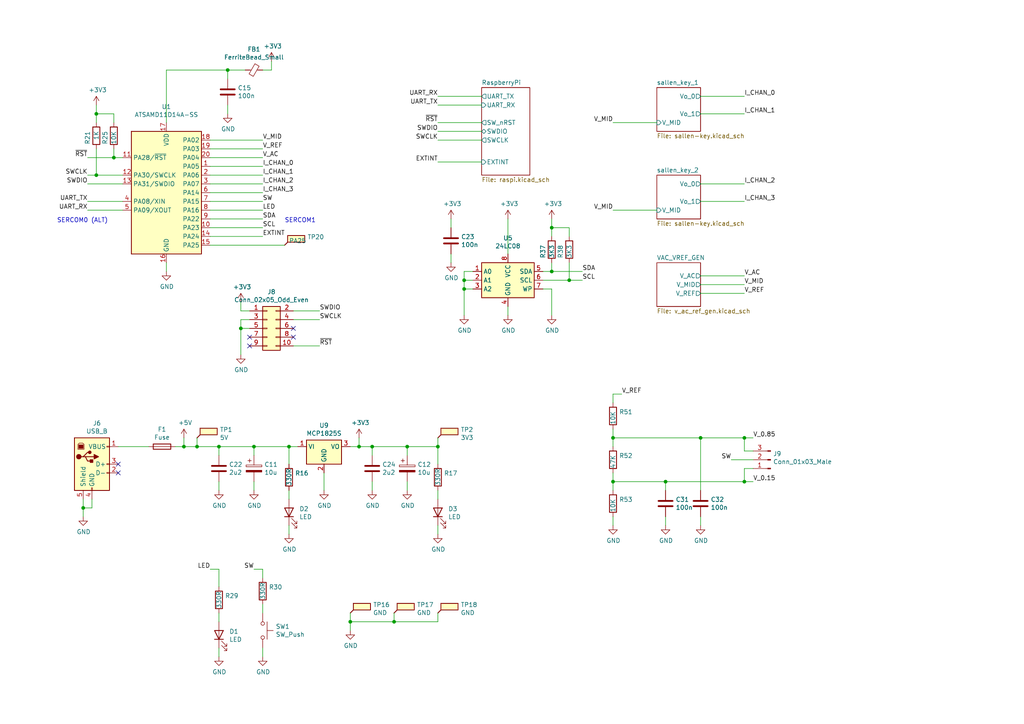
<source format=kicad_sch>
(kicad_sch (version 20211123) (generator eeschema)
  (paper "A4")
  (lib_symbols
    (symbol "Connector:Conn_01x03_Male" (pin_names (offset 1.016) hide)
      (property "Reference" "J" (at 0 5.08 0))
      (property "Value" "Conn_01x03_Male" (at 0 -5.08 0))
      (symbol "Conn_01x03_Male_1_1"
        (polyline (pts (xy 1.27 -2.54) (xy 0.8636 -2.54)) (stroke (width 0.1524)))
        (polyline (pts (xy 1.27 0) (xy 0.8636 0)) (stroke (width 0.1524)))
        (polyline (pts (xy 1.27 2.54) (xy 0.8636 2.54)) (stroke (width 0.1524)))
        (rectangle (start 0.8636 -2.413) (end 0 -2.667) (stroke (width 0.1524)) (fill (type outline)))
        (rectangle (start 0.8636 0.127) (end 0 -0.127) (stroke (width 0.1524)) (fill (type outline)))
        (rectangle (start 0.8636 2.667) (end 0 2.413) (stroke (width 0.1524)) (fill (type outline)))
        (pin passive line (at 5.08 2.54 180) (length 3.81) (name "Pin_1") (number "1"))
        (pin passive line (at 5.08 0 180) (length 3.81) (name "Pin_2") (number "2"))
        (pin passive line (at 5.08 -2.54 180) (length 3.81) (name "Pin_3") (number "3"))
      )
    )
    (symbol "Connector:TestPoint_Flag" (pin_numbers hide) (pin_names (offset 0.762) hide)
      (property "Reference" "TP" (at 3.429 1.778 0))
      (property "Value" "TestPoint_Flag" (at 3.302 4.191 0))
      (symbol "TestPoint_Flag_0_1"
        (polyline (pts (xy 0 0) (xy 0.889 0.889)) (stroke (width 0.254)))
        (rectangle (start 0.889 2.794) (end 5.842 0.889) (stroke (width 0.254)) (fill (type background)))
      )
      (symbol "TestPoint_Flag_1_1"
        (pin passive line (at 0 0 90) (length 0) (name "1") (number "1"))
      )
    )
    (symbol "Connector:USB_B" (pin_names (offset 1.016))
      (property "Reference" "J" (at -5.08 11.43 0))
      (property "Value" "USB_B" (at -5.08 8.89 0))
      (symbol "USB_B_0_1"
        (rectangle (start -5.08 -7.62) (end 5.08 7.62) (stroke (width 0.254)) (fill (type background)))
        (circle (center -3.81 2.159) (radius 0.635) (stroke (width 0.254)) (fill (type outline)))
        (rectangle (start -3.81 5.588) (end -2.54 4.572) (fill (type outline)))
        (circle (center -0.635 3.429) (radius 0.381) (stroke (width 0.254)) (fill (type outline)))
        (rectangle (start -0.127 -7.62) (end 0.127 -6.858))
        (polyline (pts (xy -1.905 2.159) (xy 0.635 2.159)) (stroke (width 0.254)))
        (polyline (pts (xy -3.175 2.159) (xy -2.54 2.159) (xy -1.27 3.429) (xy -0.635 3.429)) (stroke (width 0.254)))
        (polyline (pts (xy -2.54 2.159) (xy -1.905 2.159) (xy -1.27 0.889) (xy 0 0.889)) (stroke (width 0.254)))
        (polyline (pts (xy 0.635 2.794) (xy 0.635 1.524) (xy 1.905 2.159) (xy 0.635 2.794)) (stroke (width 0.254)) (fill (type outline)))
        (polyline (pts (xy -4.064 4.318) (xy -2.286 4.318) (xy -2.286 5.715) (xy -2.667 6.096) (xy -3.683 6.096) (xy -4.064 5.715) (xy -4.064 4.318)))
        (rectangle (start 0.254 1.27) (end -0.508 0.508) (stroke (width 0.254)) (fill (type outline)))
        (rectangle (start 5.08 -2.667) (end 4.318 -2.413))
        (rectangle (start 5.08 -0.127) (end 4.318 0.127))
        (rectangle (start 5.08 4.953) (end 4.318 5.207))
      )
      (symbol "USB_B_1_1"
        (pin power_out line (at 7.62 5.08 180) (length 2.54) (name "VBUS") (number "1"))
        (pin bidirectional line (at 7.62 -2.54 180) (length 2.54) (name "D-") (number "2"))
        (pin bidirectional line (at 7.62 0 180) (length 2.54) (name "D+") (number "3"))
        (pin power_out line (at 0 -10.16 90) (length 2.54) (name "GND") (number "4"))
        (pin passive line (at -2.54 -10.16 90) (length 2.54) (name "Shield") (number "5"))
      )
    )
    (symbol "Connector_Generic:Conn_02x05_Odd_Even" (pin_names (offset 1.016) hide)
      (property "Reference" "J" (at 1.27 7.62 0))
      (property "Value" "Conn_02x05_Odd_Even" (at 1.27 -7.62 0))
      (symbol "Conn_02x05_Odd_Even_1_1"
        (rectangle (start -1.27 -4.953) (end 0 -5.207) (stroke (width 0.1524)))
        (rectangle (start -1.27 -2.413) (end 0 -2.667) (stroke (width 0.1524)))
        (rectangle (start -1.27 0.127) (end 0 -0.127) (stroke (width 0.1524)))
        (rectangle (start -1.27 2.667) (end 0 2.413) (stroke (width 0.1524)))
        (rectangle (start -1.27 5.207) (end 0 4.953) (stroke (width 0.1524)))
        (rectangle (start -1.27 6.35) (end 3.81 -6.35) (stroke (width 0.254)) (fill (type background)))
        (rectangle (start 3.81 -4.953) (end 2.54 -5.207) (stroke (width 0.1524)))
        (rectangle (start 3.81 -2.413) (end 2.54 -2.667) (stroke (width 0.1524)))
        (rectangle (start 3.81 0.127) (end 2.54 -0.127) (stroke (width 0.1524)))
        (rectangle (start 3.81 2.667) (end 2.54 2.413) (stroke (width 0.1524)))
        (rectangle (start 3.81 5.207) (end 2.54 4.953) (stroke (width 0.1524)))
        (pin passive line (at -5.08 5.08 0) (length 3.81) (name "Pin_1") (number "1"))
        (pin passive line (at 7.62 -5.08 180) (length 3.81) (name "Pin_10") (number "10"))
        (pin passive line (at 7.62 5.08 180) (length 3.81) (name "Pin_2") (number "2"))
        (pin passive line (at -5.08 2.54 0) (length 3.81) (name "Pin_3") (number "3"))
        (pin passive line (at 7.62 2.54 180) (length 3.81) (name "Pin_4") (number "4"))
        (pin passive line (at -5.08 0 0) (length 3.81) (name "Pin_5") (number "5"))
        (pin passive line (at 7.62 0 180) (length 3.81) (name "Pin_6") (number "6"))
        (pin passive line (at -5.08 -2.54 0) (length 3.81) (name "Pin_7") (number "7"))
        (pin passive line (at 7.62 -2.54 180) (length 3.81) (name "Pin_8") (number "8"))
        (pin passive line (at -5.08 -5.08 0) (length 3.81) (name "Pin_9") (number "9"))
      )
    )
    (symbol "Device:C" (pin_numbers hide) (pin_names (offset 0.254))
      (property "Reference" "C" (at 0.635 2.54 0))
      (property "Value" "C" (at 0.635 -2.54 0))
      (symbol "C_0_1"
        (polyline (pts (xy -2.032 -0.762) (xy 2.032 -0.762)) (stroke (width 0.508)))
        (polyline (pts (xy -2.032 0.762) (xy 2.032 0.762)) (stroke (width 0.508)))
      )
      (symbol "C_1_1"
        (pin passive line (at 0 3.81 270) (length 2.794) (name "~") (number "1"))
        (pin passive line (at 0 -3.81 90) (length 2.794) (name "~") (number "2"))
      )
    )
    (symbol "Device:C_Polarized" (pin_numbers hide) (pin_names (offset 0.254))
      (property "Reference" "C" (at 0.635 2.54 0))
      (property "Value" "C_Polarized" (at 0.635 -2.54 0))
      (symbol "C_Polarized_0_1"
        (rectangle (start -2.286 0.508) (end 2.286 1.016))
        (polyline (pts (xy -1.778 2.286) (xy -0.762 2.286)))
        (polyline (pts (xy -1.27 2.794) (xy -1.27 1.778)))
        (rectangle (start 2.286 -0.508) (end -2.286 -1.016) (fill (type outline)))
      )
      (symbol "C_Polarized_1_1"
        (pin passive line (at 0 3.81 270) (length 2.794) (name "~") (number "1"))
        (pin passive line (at 0 -3.81 90) (length 2.794) (name "~") (number "2"))
      )
    )
    (symbol "Device:FerriteBead_Small" (pin_numbers hide) (pin_names (offset 0))
      (property "Reference" "FB" (at 1.905 1.27 0))
      (property "Value" "FerriteBead_Small" (at 1.905 -1.27 0))
      (symbol "FerriteBead_Small_0_1"
        (polyline (pts (xy 0 -1.27) (xy 0 -0.7874)))
        (polyline (pts (xy 0 0.889) (xy 0 1.2954)))
        (polyline (pts (xy -1.8288 0.2794) (xy -1.1176 1.4986) (xy 1.8288 -0.2032) (xy 1.1176 -1.4224) (xy -1.8288 0.2794)))
      )
      (symbol "FerriteBead_Small_1_1"
        (pin passive line (at 0 2.54 270) (length 1.27) (name "~") (number "1"))
        (pin passive line (at 0 -2.54 90) (length 1.27) (name "~") (number "2"))
      )
    )
    (symbol "Device:Fuse" (pin_numbers hide) (pin_names (offset 0))
      (property "Reference" "F" (at 2.032 0 90))
      (property "Value" "Fuse" (at -1.905 0 90))
      (symbol "Fuse_0_1"
        (rectangle (start -0.762 -2.54) (end 0.762 2.54) (stroke (width 0.254)))
        (polyline (pts (xy 0 2.54) (xy 0 -2.54)))
      )
      (symbol "Fuse_1_1"
        (pin passive line (at 0 3.81 270) (length 1.27) (name "~") (number "1"))
        (pin passive line (at 0 -3.81 90) (length 1.27) (name "~") (number "2"))
      )
    )
    (symbol "Device:LED" (pin_numbers hide) (pin_names (offset 1.016) hide)
      (property "Reference" "D" (at 0 2.54 0))
      (property "Value" "LED" (at 0 -2.54 0))
      (symbol "LED_0_1"
        (polyline (pts (xy -1.27 -1.27) (xy -1.27 1.27)) (stroke (width 0.254)))
        (polyline (pts (xy -1.27 0) (xy 1.27 0)))
        (polyline (pts (xy 1.27 -1.27) (xy 1.27 1.27) (xy -1.27 0) (xy 1.27 -1.27)) (stroke (width 0.254)))
        (polyline (pts (xy -3.048 -0.762) (xy -4.572 -2.286) (xy -3.81 -2.286) (xy -4.572 -2.286) (xy -4.572 -1.524)))
        (polyline (pts (xy -1.778 -0.762) (xy -3.302 -2.286) (xy -2.54 -2.286) (xy -3.302 -2.286) (xy -3.302 -1.524)))
      )
      (symbol "LED_1_1"
        (pin passive line (at -3.81 0 0) (length 2.54) (name "K") (number "1"))
        (pin passive line (at 3.81 0 180) (length 2.54) (name "A") (number "2"))
      )
    )
    (symbol "Device:R" (pin_numbers hide) (pin_names (offset 0))
      (property "Reference" "R" (at 2.032 0 90))
      (property "Value" "R" (at 0 0 90))
      (symbol "R_0_1"
        (rectangle (start -1.016 -2.54) (end 1.016 2.54) (stroke (width 0.254)))
      )
      (symbol "R_1_1"
        (pin passive line (at 0 3.81 270) (length 1.27) (name "~") (number "1"))
        (pin passive line (at 0 -3.81 90) (length 1.27) (name "~") (number "2"))
      )
    )
    (symbol "MCU_Microchip_SAMD:ATSAMD11D14A-SS"
      (property "Reference" "U" (at -10.16 19.05 0))
      (property "Value" "ATSAMD11D14A-SS" (at 1.27 19.05 0))
      (symbol "ATSAMD11D14A-SS_0_1"
        (rectangle (start -10.16 17.78) (end 10.16 -17.78) (stroke (width 0.254)) (fill (type background)))
      )
      (symbol "ATSAMD11D14A-SS_1_1"
        (pin bidirectional line (at 12.7 7.62 180) (length 2.54) (name "PA05") (number "1"))
        (pin bidirectional line (at 12.7 -10.16 180) (length 2.54) (name "PA23") (number "10"))
        (pin bidirectional line (at -12.7 10.16 0) (length 2.54) (name "PA28/~{RST}") (number "11"))
        (pin bidirectional line (at -12.7 5.08 0) (length 2.54) (name "PA30/SWCLK") (number "12"))
        (pin bidirectional line (at -12.7 2.54 0) (length 2.54) (name "PA31/SWDIO") (number "13"))
        (pin bidirectional line (at 12.7 -12.7 180) (length 2.54) (name "PA24") (number "14"))
        (pin bidirectional line (at 12.7 -15.24 180) (length 2.54) (name "PA25") (number "15"))
        (pin power_in line (at 0 -20.32 90) (length 2.54) (name "GND") (number "16"))
        (pin power_in line (at 0 20.32 270) (length 2.54) (name "VDD") (number "17"))
        (pin bidirectional line (at 12.7 15.24 180) (length 2.54) (name "PA02") (number "18"))
        (pin bidirectional line (at 12.7 12.7 180) (length 2.54) (name "PA03") (number "19"))
        (pin bidirectional line (at 12.7 5.08 180) (length 2.54) (name "PA06") (number "2"))
        (pin bidirectional line (at 12.7 10.16 180) (length 2.54) (name "PA04") (number "20"))
        (pin bidirectional line (at 12.7 2.54 180) (length 2.54) (name "PA07") (number "3"))
        (pin bidirectional line (at -12.7 -2.54 0) (length 2.54) (name "PA08/XIN") (number "4"))
        (pin bidirectional line (at -12.7 -5.08 0) (length 2.54) (name "PA09/XOUT") (number "5"))
        (pin bidirectional line (at 12.7 0 180) (length 2.54) (name "PA14") (number "6"))
        (pin bidirectional line (at 12.7 -2.54 180) (length 2.54) (name "PA15") (number "7"))
        (pin bidirectional line (at 12.7 -5.08 180) (length 2.54) (name "PA16") (number "8"))
        (pin bidirectional line (at 12.7 -7.62 180) (length 2.54) (name "PA22") (number "9"))
      )
    )
    (symbol "Memory_EEPROM:24LC08"
      (property "Reference" "U" (at -6.35 6.35 0))
      (property "Value" "24LC08" (at 1.27 6.35 0))
      (symbol "24LC08_1_1"
        (rectangle (start -7.62 5.08) (end 7.62 -5.08) (stroke (width 0.254)) (fill (type background)))
        (pin input line (at -10.16 2.54 0) (length 2.54) (name "A0") (number "1"))
        (pin input line (at -10.16 0 0) (length 2.54) (name "A1") (number "2"))
        (pin input line (at -10.16 -2.54 0) (length 2.54) (name "A2") (number "3"))
        (pin power_in line (at 0 -7.62 90) (length 2.54) (name "GND") (number "4"))
        (pin bidirectional line (at 10.16 2.54 180) (length 2.54) (name "SDA") (number "5"))
        (pin input line (at 10.16 0 180) (length 2.54) (name "SCL") (number "6"))
        (pin input line (at 10.16 -2.54 180) (length 2.54) (name "WP") (number "7"))
        (pin power_in line (at 0 7.62 270) (length 2.54) (name "VCC") (number "8"))
      )
    )
    (symbol "Regulator_Linear:MCP1825S"
      (property "Reference" "U" (at -3.81 3.175 0))
      (property "Value" "MCP1825S" (at 0 3.175 0))
      (symbol "MCP1825S_0_1"
        (rectangle (start -5.08 1.905) (end 5.08 -5.08) (stroke (width 0.254)) (fill (type background)))
      )
      (symbol "MCP1825S_1_1"
        (pin power_in line (at -7.62 0 0) (length 2.54) (name "VI") (number "1"))
        (pin power_in line (at 0 -7.62 90) (length 2.54) (name "GND") (number "2"))
        (pin power_out line (at 7.62 0 180) (length 2.54) (name "VO") (number "3"))
      )
    )
    (symbol "Switch:SW_Push" (pin_numbers hide) (pin_names (offset 1.016) hide)
      (property "Reference" "SW" (at 1.27 2.54 0))
      (property "Value" "SW_Push" (at 0 -1.524 0))
      (symbol "SW_Push_0_1"
        (circle (center -2.032 0) (radius 0.508))
        (polyline (pts (xy 0 1.27) (xy 0 3.048)))
        (polyline (pts (xy 2.54 1.27) (xy -2.54 1.27)))
        (circle (center 2.032 0) (radius 0.508))
        (pin passive line (at -5.08 0 0) (length 2.54) (name "1") (number "1"))
        (pin passive line (at 5.08 0 180) (length 2.54) (name "2") (number "2"))
      )
    )
    (symbol "power:+3V3" (power) (pin_names (offset 0))
      (property "Value" "+3V3" (at 0 3.556 0))
      (symbol "+3V3_0_1"
        (polyline (pts (xy -0.762 1.27) (xy 0 2.54)))
        (polyline (pts (xy 0 0) (xy 0 2.54)))
        (polyline (pts (xy 0 2.54) (xy 0.762 1.27)))
      )
      (symbol "+3V3_1_1"
        (pin power_in line (at 0 0 90) (length 0) hide (name "+3V3") (number "1"))
      )
    )
    (symbol "power:+5V" (power) (pin_names (offset 0))
      (property "Value" "+5V" (at 0 3.556 0))
      (symbol "+5V_0_1"
        (polyline (pts (xy -0.762 1.27) (xy 0 2.54)))
        (polyline (pts (xy 0 0) (xy 0 2.54)))
        (polyline (pts (xy 0 2.54) (xy 0.762 1.27)))
      )
      (symbol "+5V_1_1"
        (pin power_in line (at 0 0 90) (length 0) hide (name "+5V") (number "1"))
      )
    )
    (symbol "power:GND" (power) (pin_names (offset 0))
      (property "Value" "GND" (at 0 -3.81 0))
      (symbol "GND_0_1"
        (polyline (pts (xy 0 0) (xy 0 -1.27) (xy 1.27 -1.27) (xy 0 -2.54) (xy -1.27 -1.27) (xy 0 -1.27)))
      )
      (symbol "GND_1_1"
        (pin power_in line (at 0 0 270) (length 0) hide (name "GND") (number "1"))
      )
    )
  )
  (junction (at 53.34 129.54))
  (junction (at 134.62 83.82))
  (junction (at 118.11 129.54))
  (junction (at 215.9 139.7))
  (junction (at 83.82 129.54))
  (junction (at 57.15 129.54))
  (junction (at 27.94 50.8))
  (junction (at 107.95 129.54))
  (junction (at 193.04 139.7))
  (junction (at 114.3 180.34))
  (junction (at 177.8 139.7))
  (junction (at 160.02 78.74))
  (junction (at 27.94 33.02))
  (junction (at 101.6 180.34))
  (junction (at 69.85 95.25))
  (junction (at 73.66 129.54))
  (junction (at 177.8 127))
  (junction (at 66.04 20.32))
  (junction (at 203.2 127))
  (junction (at 165.1 81.28))
  (junction (at 104.14 129.54))
  (junction (at 160.02 66.04))
  (junction (at 63.5 129.54))
  (junction (at 33.02 45.72))
  (junction (at 127 129.54))
  (junction (at 134.62 81.28))
  (junction (at 215.9 127))
  (junction (at 24.13 147.32))
  (no_connect (at 72.39 100.33))
  (no_connect (at 34.29 137.16))
  (no_connect (at 72.39 97.79))
  (no_connect (at 85.09 97.79))
  (no_connect (at 34.29 134.62))
  (no_connect (at 85.09 95.25))
  (wire (pts (xy 190.5 35.56) (xy 177.8 35.56)))
  (wire (pts (xy 160.02 66.04) (xy 165.1 66.04)))
  (wire (pts (xy 218.44 133.35) (xy 212.09 133.35)))
  (wire (pts (xy 33.02 33.02) (xy 33.02 35.56)))
  (wire (pts (xy 203.2 58.42) (xy 215.9 58.42)))
  (wire (pts (xy 76.2 190.5) (xy 76.2 187.96)))
  (wire (pts (xy 114.3 180.34) (xy 127 180.34)))
  (wire (pts (xy 60.96 40.64) (xy 76.2 40.64)))
  (wire (pts (xy 118.11 142.24) (xy 118.11 139.7)))
  (wire (pts (xy 60.96 53.34) (xy 76.2 53.34)))
  (wire (pts (xy 50.8 129.54) (xy 53.34 129.54)))
  (wire (pts (xy 203.2 152.4) (xy 203.2 149.86)))
  (wire (pts (xy 85.09 90.17) (xy 92.71 90.17)))
  (wire (pts (xy 101.6 180.34) (xy 114.3 180.34)))
  (wire (pts (xy 114.3 177.8) (xy 114.3 180.34)))
  (wire (pts (xy 134.62 83.82) (xy 134.62 91.44)))
  (wire (pts (xy 215.9 130.81) (xy 218.44 130.81)))
  (wire (pts (xy 160.02 63.5) (xy 160.02 66.04)))
  (wire (pts (xy 63.5 129.54) (xy 73.66 129.54)))
  (wire (pts (xy 157.48 81.28) (xy 165.1 81.28)))
  (wire (pts (xy 139.7 46.99) (xy 127 46.99)))
  (wire (pts (xy 215.9 127) (xy 215.9 130.81)))
  (wire (pts (xy 72.39 90.17) (xy 69.85 90.17)))
  (wire (pts (xy 193.04 152.4) (xy 193.04 149.86)))
  (wire (pts (xy 85.09 100.33) (xy 92.71 100.33)))
  (wire (pts (xy 27.94 43.18) (xy 27.94 50.8)))
  (wire (pts (xy 139.7 40.64) (xy 127 40.64)))
  (wire (pts (xy 63.5 142.24) (xy 63.5 139.7)))
  (wire (pts (xy 53.34 129.54) (xy 57.15 129.54)))
  (wire (pts (xy 69.85 95.25) (xy 69.85 102.87)))
  (wire (pts (xy 57.15 129.54) (xy 63.5 129.54)))
  (wire (pts (xy 83.82 134.62) (xy 83.82 129.54)))
  (wire (pts (xy 137.16 81.28) (xy 134.62 81.28)))
  (wire (pts (xy 27.94 33.02) (xy 33.02 33.02)))
  (wire (pts (xy 63.5 165.1) (xy 60.96 165.1)))
  (wire (pts (xy 127 154.94) (xy 127 152.4)))
  (wire (pts (xy 73.66 142.24) (xy 73.66 139.7)))
  (wire (pts (xy 69.85 90.17) (xy 69.85 87.63)))
  (wire (pts (xy 60.96 66.04) (xy 76.2 66.04)))
  (wire (pts (xy 60.96 55.88) (xy 76.2 55.88)))
  (wire (pts (xy 73.66 129.54) (xy 83.82 129.54)))
  (wire (pts (xy 101.6 129.54) (xy 104.14 129.54)))
  (wire (pts (xy 48.26 78.74) (xy 48.26 76.2)))
  (wire (pts (xy 60.96 60.96) (xy 76.2 60.96)))
  (wire (pts (xy 177.8 139.7) (xy 193.04 139.7)))
  (wire (pts (xy 203.2 127) (xy 215.9 127)))
  (wire (pts (xy 139.7 30.48) (xy 127 30.48)))
  (wire (pts (xy 160.02 68.58) (xy 160.02 66.04)))
  (wire (pts (xy 48.26 20.32) (xy 48.26 35.56)))
  (wire (pts (xy 157.48 83.82) (xy 160.02 83.82)))
  (wire (pts (xy 203.2 85.09) (xy 215.9 85.09)))
  (wire (pts (xy 60.96 45.72) (xy 76.2 45.72)))
  (wire (pts (xy 193.04 142.24) (xy 193.04 139.7)))
  (wire (pts (xy 24.13 147.32) (xy 24.13 144.78)))
  (wire (pts (xy 71.12 20.32) (xy 66.04 20.32)))
  (wire (pts (xy 177.8 139.7) (xy 177.8 137.16)))
  (wire (pts (xy 66.04 33.02) (xy 66.04 30.48)))
  (wire (pts (xy 63.5 170.18) (xy 63.5 165.1)))
  (wire (pts (xy 27.94 30.48) (xy 27.94 33.02)))
  (wire (pts (xy 127 134.62) (xy 127 129.54)))
  (wire (pts (xy 60.96 43.18) (xy 76.2 43.18)))
  (wire (pts (xy 165.1 81.28) (xy 168.91 81.28)))
  (wire (pts (xy 101.6 182.88) (xy 101.6 180.34)))
  (wire (pts (xy 165.1 81.28) (xy 165.1 76.2)))
  (wire (pts (xy 177.8 127) (xy 177.8 124.46)))
  (wire (pts (xy 118.11 129.54) (xy 127 129.54)))
  (wire (pts (xy 63.5 190.5) (xy 63.5 187.96)))
  (wire (pts (xy 69.85 92.71) (xy 69.85 95.25)))
  (wire (pts (xy 60.96 48.26) (xy 76.2 48.26)))
  (wire (pts (xy 203.2 142.24) (xy 203.2 127)))
  (wire (pts (xy 101.6 180.34) (xy 101.6 177.8)))
  (wire (pts (xy 147.32 88.9) (xy 147.32 91.44)))
  (wire (pts (xy 66.04 20.32) (xy 48.26 20.32)))
  (wire (pts (xy 63.5 180.34) (xy 63.5 177.8)))
  (wire (pts (xy 203.2 27.94) (xy 215.9 27.94)))
  (wire (pts (xy 203.2 33.02) (xy 215.9 33.02)))
  (wire (pts (xy 134.62 81.28) (xy 134.62 83.82)))
  (wire (pts (xy 160.02 78.74) (xy 160.02 76.2)))
  (wire (pts (xy 134.62 78.74) (xy 134.62 81.28)))
  (wire (pts (xy 118.11 129.54) (xy 118.11 132.08)))
  (wire (pts (xy 130.81 66.04) (xy 130.81 63.5)))
  (wire (pts (xy 60.96 58.42) (xy 76.2 58.42)))
  (wire (pts (xy 203.2 53.34) (xy 215.9 53.34)))
  (wire (pts (xy 137.16 78.74) (xy 134.62 78.74)))
  (wire (pts (xy 66.04 22.86) (xy 66.04 20.32)))
  (wire (pts (xy 57.15 129.54) (xy 57.15 127)))
  (wire (pts (xy 203.2 80.01) (xy 215.9 80.01)))
  (wire (pts (xy 83.82 129.54) (xy 86.36 129.54)))
  (wire (pts (xy 78.74 20.32) (xy 78.74 17.78)))
  (wire (pts (xy 177.8 142.24) (xy 177.8 139.7)))
  (wire (pts (xy 63.5 132.08) (xy 63.5 129.54)))
  (wire (pts (xy 60.96 50.8) (xy 76.2 50.8)))
  (wire (pts (xy 190.5 60.96) (xy 177.8 60.96)))
  (wire (pts (xy 76.2 20.32) (xy 78.74 20.32)))
  (wire (pts (xy 76.2 177.8) (xy 76.2 175.26)))
  (wire (pts (xy 25.4 60.96) (xy 35.56 60.96)))
  (wire (pts (xy 107.95 142.24) (xy 107.95 139.7)))
  (wire (pts (xy 24.13 149.86) (xy 24.13 147.32)))
  (wire (pts (xy 193.04 139.7) (xy 215.9 139.7)))
  (wire (pts (xy 53.34 129.54) (xy 53.34 127)))
  (wire (pts (xy 26.67 147.32) (xy 26.67 144.78)))
  (wire (pts (xy 177.8 129.54) (xy 177.8 127)))
  (wire (pts (xy 137.16 83.82) (xy 134.62 83.82)))
  (wire (pts (xy 93.98 142.24) (xy 93.98 137.16)))
  (wire (pts (xy 107.95 129.54) (xy 107.95 132.08)))
  (wire (pts (xy 177.8 114.3) (xy 180.34 114.3)))
  (wire (pts (xy 157.48 78.74) (xy 160.02 78.74)))
  (wire (pts (xy 127 180.34) (xy 127 177.8)))
  (wire (pts (xy 127 144.78) (xy 127 142.24)))
  (wire (pts (xy 73.66 129.54) (xy 73.66 132.08)))
  (wire (pts (xy 27.94 33.02) (xy 27.94 35.56)))
  (wire (pts (xy 215.9 127) (xy 218.44 127)))
  (wire (pts (xy 127 129.54) (xy 127 127)))
  (wire (pts (xy 35.56 45.72) (xy 33.02 45.72)))
  (wire (pts (xy 139.7 27.94) (xy 127 27.94)))
  (wire (pts (xy 139.7 35.56) (xy 127 35.56)))
  (wire (pts (xy 160.02 78.74) (xy 168.91 78.74)))
  (wire (pts (xy 130.81 76.2) (xy 130.81 73.66)))
  (wire (pts (xy 35.56 53.34) (xy 25.4 53.34)))
  (wire (pts (xy 177.8 152.4) (xy 177.8 149.86)))
  (wire (pts (xy 215.9 139.7) (xy 218.44 139.7)))
  (wire (pts (xy 177.8 116.84) (xy 177.8 114.3)))
  (wire (pts (xy 76.2 167.64) (xy 76.2 165.1)))
  (wire (pts (xy 72.39 95.25) (xy 69.85 95.25)))
  (wire (pts (xy 104.14 129.54) (xy 104.14 127)))
  (wire (pts (xy 177.8 127) (xy 203.2 127)))
  (wire (pts (xy 34.29 129.54) (xy 43.18 129.54)))
  (wire (pts (xy 76.2 165.1) (xy 73.66 165.1)))
  (wire (pts (xy 24.13 147.32) (xy 26.67 147.32)))
  (wire (pts (xy 85.09 92.71) (xy 92.71 92.71)))
  (wire (pts (xy 35.56 58.42) (xy 25.4 58.42)))
  (wire (pts (xy 33.02 45.72) (xy 25.4 45.72)))
  (wire (pts (xy 203.2 82.55) (xy 215.9 82.55)))
  (wire (pts (xy 147.32 73.66) (xy 147.32 63.5)))
  (wire (pts (xy 139.7 38.1) (xy 127 38.1)))
  (wire (pts (xy 60.96 63.5) (xy 76.2 63.5)))
  (wire (pts (xy 215.9 135.89) (xy 218.44 135.89)))
  (wire (pts (xy 160.02 83.82) (xy 160.02 91.44)))
  (wire (pts (xy 35.56 50.8) (xy 27.94 50.8)))
  (wire (pts (xy 104.14 129.54) (xy 107.95 129.54)))
  (wire (pts (xy 165.1 66.04) (xy 165.1 68.58)))
  (wire (pts (xy 83.82 144.78) (xy 83.82 142.24)))
  (wire (pts (xy 60.96 71.12) (xy 82.55 71.12)))
  (wire (pts (xy 72.39 92.71) (xy 69.85 92.71)))
  (wire (pts (xy 27.94 50.8) (xy 25.4 50.8)))
  (wire (pts (xy 107.95 129.54) (xy 118.11 129.54)))
  (wire (pts (xy 60.96 68.58) (xy 76.2 68.58)))
  (wire (pts (xy 33.02 45.72) (xy 33.02 43.18)))
  (wire (pts (xy 215.9 139.7) (xy 215.9 135.89)))
  (wire (pts (xy 83.82 154.94) (xy 83.82 152.4)))
  (text "SERCOM1" (at 82.55 64.77 0) (effects (font (size 1.27 1.27)) (justify left bottom)))
  (text "SERCOM0 (ALT)" (at 16.51 64.77 0) (effects (font (size 1.27 1.27)) (justify left bottom)))
  (label "SWDIO" (at 92.71 90.17 0))
  (label "UART_RX" (at 127 27.94 180))
  (label "LED" (at 76.2 60.96 0))
  (label "I_CHAN_3" (at 76.2 55.88 0))
  (label "SW" (at 212.09 133.35 180))
  (label "UART_TX" (at 25.4 58.42 180))
  (label "V_REF" (at 76.2 43.18 0))
  (label "V_MID" (at 76.2 40.64 0))
  (label "SW" (at 73.66 165.1 180))
  (label "I_CHAN_0" (at 76.2 48.26 0))
  (label "I_CHAN_1" (at 215.9 33.02 0))
  (label "SDA" (at 168.91 78.74 0))
  (label "V_AC" (at 215.9 80.01 0))
  (label "V_0.85" (at 218.44 127 0))
  (label "I_CHAN_0" (at 215.9 27.94 0))
  (label "SCL" (at 76.2 66.04 0))
  (label "SWCLK" (at 127 40.64 180))
  (label "UART_TX" (at 127 30.48 180))
  (label "I_CHAN_2" (at 76.2 53.34 0))
  (label "SWDIO" (at 25.4 53.34 180))
  (label "I_CHAN_3" (at 215.9 58.42 0))
  (label "SDA" (at 76.2 63.5 0))
  (label "EXTINT" (at 76.2 68.58 0))
  (label "~{RST}" (at 25.4 45.72 180))
  (label "V_AC" (at 76.2 45.72 0))
  (label "V_MID" (at 177.8 60.96 180))
  (label "SW" (at 76.2 58.42 0))
  (label "UART_RX" (at 25.4 60.96 180))
  (label "I_CHAN_2" (at 215.9 53.34 0))
  (label "LED" (at 60.96 165.1 180))
  (label "SWCLK" (at 25.4 50.8 180))
  (label "V_MID" (at 177.8 35.56 180))
  (label "~{RST}" (at 92.71 100.33 0))
  (label "I_CHAN_1" (at 76.2 50.8 0))
  (label "EXTINT" (at 127 46.99 180))
  (label "V_0.15" (at 218.44 139.7 0))
  (label "~{RST}" (at 127 35.56 180))
  (label "SWDIO" (at 127 38.1 180))
  (label "V_REF" (at 215.9 85.09 0))
  (label "SCL" (at 168.91 81.28 0))
  (label "V_MID" (at 215.9 82.55 0))
  (label "SWCLK" (at 92.71 92.71 0))
  (label "V_REF" (at 180.34 114.3 0))
  (symbol (lib_id "MCU_Microchip_SAMD:ATSAMD11D14A-SS") (at 48.26 55.88 0) (unit 1)
    (property "Reference" "U1" (at 48.26 30.9626 0))
    (property "Value" "ATSAMD11D14A-SS" (at 48.26 33.274 0))
    (property "Footprint" "Package_SO:SOIC-20W_7.5x12.8mm_P1.27mm" (effects hide))
    (property "Datasheet" "http://ww1.microchip.com/downloads/en/DeviceDoc/Atmel-42363-SAM-D11_Datasheet.pdf" (effects hide))
  )
  (symbol (lib_id "power:GND") (at 48.26 78.74 0) (unit 1)
    (property "Reference" "#PWR01" (effects hide))
    (property "Value" "GND" (at 48.387 83.1342 0))
  )
  (symbol (lib_id "Device:C") (at 63.5 135.89 0) (unit 1)
    (property "Reference" "C22" (at 66.421 134.7216 0) (effects (justify left)))
    (property "Value" "2u2" (at 66.421 137.033 0) (effects (justify left)))
    (property "Footprint" "Capacitor_SMD:C_0805_2012Metric_Pad1.18x1.45mm_HandSolder" (effects hide))
  )
  (symbol (lib_id "power:GND") (at 63.5 142.24 0) (unit 1)
    (property "Reference" "#PWR0103" (effects hide))
    (property "Value" "GND" (at 63.627 146.6342 0))
  )
  (symbol (lib_id "power:GND") (at 73.66 142.24 0) (unit 1)
    (property "Reference" "#PWR0104" (effects hide))
    (property "Value" "GND" (at 73.787 146.6342 0))
  )
  (symbol (lib_id "Connector:USB_B") (at 26.67 134.62 0) (unit 1)
    (property "Reference" "J6" (at 28.1178 122.7582 0))
    (property "Value" "USB_B" (at 28.1178 125.0696 0))
    (property "Footprint" "Connector_USB:USB_Mini-B_Wuerth_65100516121_Horizontal" (effects hide))
    (property "Datasheet" " ~" (effects hide))
  )
  (symbol (lib_id "power:GND") (at 24.13 149.86 0) (unit 1)
    (property "Reference" "#PWR030" (effects hide))
    (property "Value" "GND" (at 24.257 154.2542 0))
  )
  (symbol (lib_id "power:+5V") (at 53.34 127 0) (unit 1)
    (property "Reference" "#PWR031" (effects hide))
    (property "Value" "+5V" (at 53.721 122.6058 0))
  )
  (symbol (lib_id "Device:R") (at 63.5 173.99 0) (unit 1)
    (property "Reference" "R29" (at 65.278 172.8216 0) (effects (justify left)))
    (property "Value" "330R" (at 63.5 176.53 90) (effects (justify left)))
    (property "Footprint" "Resistor_SMD:R_0805_2012Metric_Pad1.20x1.40mm_HandSolder" (effects hide))
  )
  (symbol (lib_id "Device:LED") (at 63.5 184.15 90) (unit 1)
    (property "Reference" "D1" (at 66.4972 183.1594 90) (effects (justify right)))
    (property "Value" "LED" (at 66.4972 185.4708 90) (effects (justify right)))
    (property "Footprint" "LED_SMD:LED_0805_2012Metric_Pad1.15x1.40mm_HandSolder" (effects hide))
  )
  (symbol (lib_id "power:GND") (at 63.5 190.5 0) (unit 1)
    (property "Reference" "#PWR035" (effects hide))
    (property "Value" "GND" (at 63.627 194.8942 0))
  )
  (symbol (lib_id "Switch:SW_Push") (at 76.2 182.88 270) (unit 1)
    (property "Reference" "SW1" (at 79.9592 181.7116 90) (effects (justify left)))
    (property "Value" "SW_Push" (at 79.9592 184.023 90) (effects (justify left)))
    (property "Footprint" "Button_Switch_THT:SW_PUSH_6mm" (effects hide))
  )
  (symbol (lib_id "power:GND") (at 76.2 190.5 0) (unit 1)
    (property "Reference" "#PWR036" (effects hide))
    (property "Value" "GND" (at 76.327 194.8942 0))
  )
  (symbol (lib_id "Device:R") (at 76.2 171.45 0) (unit 1)
    (property "Reference" "R30" (at 77.978 170.2816 0) (effects (justify left)))
    (property "Value" "330R" (at 76.2 173.99 90) (effects (justify left)))
    (property "Footprint" "Resistor_SMD:R_0805_2012Metric_Pad1.20x1.40mm_HandSolder" (effects hide))
  )
  (symbol (lib_id "Device:R") (at 27.94 39.37 0) (unit 1)
    (property "Reference" "R21" (at 25.4 41.91 90) (effects (justify left)))
    (property "Value" "1K" (at 27.94 40.64 90) (effects (justify left)))
    (property "Footprint" "Resistor_SMD:R_0805_2012Metric_Pad1.20x1.40mm_HandSolder" (effects hide))
  )
  (symbol (lib_id "Device:R") (at 33.02 39.37 0) (unit 1)
    (property "Reference" "R25" (at 30.48 41.91 90) (effects (justify left)))
    (property "Value" "10K" (at 33.02 41.91 90) (effects (justify left)))
    (property "Footprint" "Resistor_SMD:R_0805_2012Metric_Pad1.20x1.40mm_HandSolder" (effects hide))
  )
  (symbol (lib_id "power:+3V3") (at 27.94 30.48 0) (unit 1)
    (property "Reference" "#PWR0101" (effects hide))
    (property "Value" "+3V3" (at 28.321 26.0858 0))
  )
  (symbol (lib_id "Regulator_Linear:MCP1825S") (at 93.98 129.54 0) (unit 1)
    (property "Reference" "U9" (at 93.98 123.3932 0))
    (property "Value" "MCP1825S" (at 93.98 125.7046 0))
    (property "Footprint" "Package_TO_SOT_SMD:SOT-223" (effects hide))
    (property "Datasheet" "http://ww1.microchip.com/downloads/en/devicedoc/22056b.pdf" (effects hide))
  )
  (symbol (lib_id "power:GND") (at 93.98 142.24 0) (unit 1)
    (property "Reference" "#PWR032" (effects hide))
    (property "Value" "GND" (at 94.107 146.6342 0))
  )
  (symbol (lib_id "Device:C") (at 107.95 135.89 0) (unit 1)
    (property "Reference" "C24" (at 110.871 134.7216 0) (effects (justify left)))
    (property "Value" "2u2" (at 110.871 137.033 0) (effects (justify left)))
    (property "Footprint" "Capacitor_SMD:C_0805_2012Metric_Pad1.18x1.45mm_HandSolder" (effects hide))
  )
  (symbol (lib_id "power:GND") (at 107.95 142.24 0) (unit 1)
    (property "Reference" "#PWR034" (effects hide))
    (property "Value" "GND" (at 108.077 146.6342 0))
  )
  (symbol (lib_id "power:+3V3") (at 104.14 127 0) (unit 1)
    (property "Reference" "#PWR033" (effects hide))
    (property "Value" "+3V3" (at 104.521 122.6058 0))
  )
  (symbol (lib_id "power:GND") (at 118.11 142.24 0) (unit 1)
    (property "Reference" "#PWR037" (effects hide))
    (property "Value" "GND" (at 118.237 146.6342 0))
  )
  (symbol (lib_id "Device:C_Polarized") (at 118.11 135.89 0) (unit 1)
    (property "Reference" "C12" (at 121.1072 134.7216 0) (effects (justify left)))
    (property "Value" "10u" (at 121.1072 137.033 0) (effects (justify left)))
    (property "Footprint" "Capacitor_THT:C_Radial_D6.3mm_H5.0mm_P2.50mm" (effects hide))
  )
  (symbol (lib_id "Device:C_Polarized") (at 73.66 135.89 0) (unit 1)
    (property "Reference" "C11" (at 76.6572 134.7216 0) (effects (justify left)))
    (property "Value" "10u" (at 76.6572 137.033 0) (effects (justify left)))
    (property "Footprint" "Capacitor_THT:C_Radial_D6.3mm_H5.0mm_P2.50mm" (effects hide))
  )
  (symbol (lib_id "power:+3V3") (at 78.74 17.78 0) (unit 1)
    (property "Reference" "#PWR0110" (effects hide))
    (property "Value" "+3V3" (at 79.121 13.3858 0))
  )
  (symbol (lib_id "Device:C") (at 66.04 26.67 0) (unit 1)
    (property "Reference" "C15" (at 68.961 25.5016 0) (effects (justify left)))
    (property "Value" "100n" (at 68.961 27.813 0) (effects (justify left)))
    (property "Footprint" "Capacitor_SMD:C_0805_2012Metric_Pad1.18x1.45mm_HandSolder" (effects hide))
  )
  (symbol (lib_id "power:GND") (at 66.04 33.02 0) (unit 1)
    (property "Reference" "#PWR0111" (effects hide))
    (property "Value" "GND" (at 66.167 37.4142 0))
  )
  (symbol (lib_id "Connector_Generic:Conn_02x05_Odd_Even") (at 77.47 95.25 0) (unit 1)
    (property "Reference" "J8" (at 78.74 84.6582 0))
    (property "Value" "Conn_02x05_Odd_Even" (at 78.74 86.9696 0))
    (property "Footprint" "Connector_PinHeader_1.27mm:PinHeader_2x05_P1.27mm_Vertical" (effects hide))
  )
  (symbol (lib_id "power:+3V3") (at 69.85 87.63 0) (unit 1)
    (property "Reference" "#PWR0113" (effects hide))
    (property "Value" "+3V3" (at 70.231 83.2358 0))
  )
  (symbol (lib_id "power:GND") (at 69.85 102.87 0) (unit 1)
    (property "Reference" "#PWR0114" (effects hide))
    (property "Value" "GND" (at 69.977 107.2642 0))
  )
  (symbol (lib_id "Device:R") (at 83.82 138.43 0) (unit 1)
    (property "Reference" "R16" (at 85.598 137.2616 0) (effects (justify left)))
    (property "Value" "330R" (at 83.82 140.97 90) (effects (justify left)))
    (property "Footprint" "Resistor_SMD:R_0805_2012Metric_Pad1.20x1.40mm_HandSolder" (effects hide))
  )
  (symbol (lib_id "Device:LED") (at 83.82 148.59 90) (unit 1)
    (property "Reference" "D2" (at 86.8172 147.5994 90) (effects (justify right)))
    (property "Value" "LED" (at 86.8172 149.9108 90) (effects (justify right)))
    (property "Footprint" "LED_SMD:LED_0805_2012Metric_Pad1.15x1.40mm_HandSolder" (effects hide))
  )
  (symbol (lib_id "power:GND") (at 83.82 154.94 0) (unit 1)
    (property "Reference" "#PWR0108" (effects hide))
    (property "Value" "GND" (at 83.947 159.3342 0))
  )
  (symbol (lib_id "Device:R") (at 127 138.43 0) (unit 1)
    (property "Reference" "R17" (at 128.778 137.2616 0) (effects (justify left)))
    (property "Value" "330R" (at 127 140.97 90) (effects (justify left)))
    (property "Footprint" "Resistor_SMD:R_0805_2012Metric_Pad1.20x1.40mm_HandSolder" (effects hide))
  )
  (symbol (lib_id "Device:LED") (at 127 148.59 90) (unit 1)
    (property "Reference" "D3" (at 129.9972 147.5994 90) (effects (justify right)))
    (property "Value" "LED" (at 129.9972 149.9108 90) (effects (justify right)))
    (property "Footprint" "LED_SMD:LED_0805_2012Metric_Pad1.15x1.40mm_HandSolder" (effects hide))
  )
  (symbol (lib_id "power:GND") (at 127 154.94 0) (unit 1)
    (property "Reference" "#PWR0109" (effects hide))
    (property "Value" "GND" (at 127.127 159.3342 0))
  )
  (symbol (lib_id "Device:Fuse") (at 46.99 129.54 270) (unit 1)
    (property "Reference" "F1" (at 46.99 124.5362 90))
    (property "Value" "Fuse" (at 46.99 126.8476 90))
    (property "Footprint" "Fuse:Fuse_1206_3216Metric_Pad1.42x1.75mm_HandSolder" (effects hide))
  )
  (symbol (lib_id "Memory_EEPROM:24LC08") (at 147.32 81.28 0) (unit 1)
    (property "Reference" "U5" (at 147.32 69.0626 0))
    (property "Value" "24LC08" (at 147.32 71.374 0))
    (property "Footprint" "Package_SO:SOIC-8_3.9x4.9mm_P1.27mm" (effects hide))
    (property "Datasheet" "http://ww1.microchip.com/downloads/en/DeviceDoc/21710J.pdf" (effects hide))
  )
  (symbol (lib_id "power:+3V3") (at 147.32 63.5 0) (unit 1)
    (property "Reference" "#PWR0115" (effects hide))
    (property "Value" "+3V3" (at 147.701 59.1058 0))
  )
  (symbol (lib_id "power:GND") (at 147.32 91.44 0) (unit 1)
    (property "Reference" "#PWR0116" (effects hide))
    (property "Value" "GND" (at 147.447 95.8342 0))
  )
  (symbol (lib_id "power:GND") (at 134.62 91.44 0) (unit 1)
    (property "Reference" "#PWR0117" (effects hide))
    (property "Value" "GND" (at 134.747 95.8342 0))
  )
  (symbol (lib_id "power:GND") (at 160.02 91.44 0) (unit 1)
    (property "Reference" "#PWR0118" (effects hide))
    (property "Value" "GND" (at 160.147 95.8342 0))
  )
  (symbol (lib_id "Device:R") (at 160.02 72.39 0) (unit 1)
    (property "Reference" "R37" (at 157.48 74.93 90) (effects (justify left)))
    (property "Value" "3K3" (at 160.02 74.93 90) (effects (justify left)))
    (property "Footprint" "Resistor_SMD:R_0805_2012Metric_Pad1.20x1.40mm_HandSolder" (effects hide))
  )
  (symbol (lib_id "Device:R") (at 165.1 72.39 0) (unit 1)
    (property "Reference" "R38" (at 162.56 74.93 90) (effects (justify left)))
    (property "Value" "3K3" (at 165.1 74.93 90) (effects (justify left)))
    (property "Footprint" "Resistor_SMD:R_0805_2012Metric_Pad1.20x1.40mm_HandSolder" (effects hide))
  )
  (symbol (lib_id "power:+3V3") (at 160.02 63.5 0) (unit 1)
    (property "Reference" "#PWR0119" (effects hide))
    (property "Value" "+3V3" (at 160.401 59.1058 0))
  )
  (symbol (lib_id "power:+3V3") (at 130.81 63.5 0) (unit 1)
    (property "Reference" "#PWR0120" (effects hide))
    (property "Value" "+3V3" (at 131.191 59.1058 0))
  )
  (symbol (lib_id "Device:C") (at 130.81 69.85 0) (unit 1)
    (property "Reference" "C23" (at 133.731 68.6816 0) (effects (justify left)))
    (property "Value" "100n" (at 133.731 70.993 0) (effects (justify left)))
    (property "Footprint" "Capacitor_SMD:C_0805_2012Metric_Pad1.18x1.45mm_HandSolder" (effects hide))
  )
  (symbol (lib_id "power:GND") (at 130.81 76.2 0) (unit 1)
    (property "Reference" "#PWR0121" (effects hide))
    (property "Value" "GND" (at 130.937 80.5942 0))
  )
  (symbol (lib_id "Connector:TestPoint_Flag") (at 127 127 0) (unit 1)
    (property "Reference" "TP2" (at 133.604 124.6124 0) (effects (justify left)))
    (property "Value" "3V3" (at 133.604 126.9238 0) (effects (justify left)))
    (property "Footprint" "TestPoint:TestPoint_THTPad_1.5x1.5mm_Drill0.7mm" (effects hide))
  )
  (symbol (lib_id "Connector:TestPoint_Flag") (at 57.15 127 0) (unit 1)
    (property "Reference" "TP1" (at 63.754 124.6124 0) (effects (justify left)))
    (property "Value" "5V" (at 63.754 126.9238 0) (effects (justify left)))
    (property "Footprint" "TestPoint:TestPoint_THTPad_1.5x1.5mm_Drill0.7mm" (effects hide))
  )
  (symbol (lib_id "Device:FerriteBead_Small") (at 73.66 20.32 270) (unit 1)
    (property "Reference" "FB1" (at 73.66 14.3002 90))
    (property "Value" "FerriteBead_Small" (at 73.66 16.6116 90))
    (property "Footprint" "Inductor_SMD:L_0805_2012Metric_Pad1.15x1.40mm_HandSolder" (effects hide))
  )
  (symbol (lib_id "Connector:TestPoint_Flag") (at 101.6 177.8 0) (unit 1)
    (property "Reference" "TP16" (at 108.204 175.4124 0) (effects (justify left)))
    (property "Value" "GND" (at 108.204 177.7238 0) (effects (justify left)))
    (property "Footprint" "TestPoint:TestPoint_THTPad_1.5x1.5mm_Drill0.7mm" (effects hide))
  )
  (symbol (lib_id "Connector:TestPoint_Flag") (at 114.3 177.8 0) (unit 1)
    (property "Reference" "TP17" (at 120.904 175.4124 0) (effects (justify left)))
    (property "Value" "GND" (at 120.904 177.7238 0) (effects (justify left)))
    (property "Footprint" "TestPoint:TestPoint_THTPad_1.5x1.5mm_Drill0.7mm" (effects hide))
  )
  (symbol (lib_id "Connector:TestPoint_Flag") (at 127 177.8 0) (unit 1)
    (property "Reference" "TP18" (at 133.604 175.4124 0) (effects (justify left)))
    (property "Value" "GND" (at 133.604 177.7238 0) (effects (justify left)))
    (property "Footprint" "TestPoint:TestPoint_THTPad_1.5x1.5mm_Drill0.7mm" (effects hide))
  )
  (symbol (lib_id "power:GND") (at 101.6 182.88 0) (unit 1)
    (property "Reference" "#PWR013" (effects hide))
    (property "Value" "GND" (at 101.727 187.2742 0))
  )
  (symbol (lib_id "Connector:TestPoint_Flag") (at 82.55 71.12 0) (unit 1)
    (property "Reference" "TP20" (at 89.154 68.7324 0) (effects (justify left)))
    (property "Value" "PA25" (at 83.82 69.85 0) (effects (justify left)))
    (property "Footprint" "TestPoint:TestPoint_THTPad_1.5x1.5mm_Drill0.7mm" (effects hide))
  )
  (symbol (lib_id "Device:R") (at 177.8 120.65 0) (unit 1)
    (property "Reference" "R51" (at 179.578 119.4816 0) (effects (justify left)))
    (property "Value" "10K" (at 177.8 123.19 90) (effects (justify left)))
    (property "Footprint" "Resistor_SMD:R_0805_2012Metric_Pad1.20x1.40mm_HandSolder" (effects hide))
  )
  (symbol (lib_id "Device:R") (at 177.8 133.35 0) (unit 1)
    (property "Reference" "R52" (at 179.578 132.1816 0) (effects (justify left)))
    (property "Value" "47K" (at 177.8 135.89 90) (effects (justify left)))
    (property "Footprint" "Resistor_SMD:R_0805_2012Metric_Pad1.20x1.40mm_HandSolder" (effects hide))
  )
  (symbol (lib_id "Device:R") (at 177.8 146.05 0) (unit 1)
    (property "Reference" "R53" (at 179.578 144.8816 0) (effects (justify left)))
    (property "Value" "10K" (at 177.8 148.59 90) (effects (justify left)))
    (property "Footprint" "Resistor_SMD:R_0805_2012Metric_Pad1.20x1.40mm_HandSolder" (effects hide))
  )
  (symbol (lib_id "power:GND") (at 177.8 152.4 0) (unit 1)
    (property "Reference" "#PWR015" (effects hide))
    (property "Value" "GND" (at 177.927 156.7942 0))
  )
  (symbol (lib_id "Connector:Conn_01x03_Male") (at 223.52 133.35 180) (unit 1)
    (property "Reference" "J9" (at 224.2312 131.6228 0) (effects (justify right)))
    (property "Value" "Conn_01x03_Male" (at 224.2312 133.9342 0) (effects (justify right)))
    (property "Footprint" "Connector_PinHeader_2.54mm:PinHeader_1x03_P2.54mm_Vertical" (effects hide))
  )
  (symbol (lib_id "Device:C") (at 193.04 146.05 0) (unit 1)
    (property "Reference" "C31" (at 195.961 144.8816 0) (effects (justify left)))
    (property "Value" "100n" (at 195.961 147.193 0) (effects (justify left)))
    (property "Footprint" "Capacitor_SMD:C_0805_2012Metric_Pad1.18x1.45mm_HandSolder" (effects hide))
  )
  (symbol (lib_id "Device:C") (at 203.2 146.05 0) (unit 1)
    (property "Reference" "C32" (at 206.121 144.8816 0) (effects (justify left)))
    (property "Value" "100n" (at 206.121 147.193 0) (effects (justify left)))
    (property "Footprint" "Capacitor_SMD:C_0805_2012Metric_Pad1.18x1.45mm_HandSolder" (effects hide))
  )
  (symbol (lib_id "power:GND") (at 193.04 152.4 0) (unit 1)
    (property "Reference" "#PWR016" (effects hide))
    (property "Value" "GND" (at 193.167 156.7942 0))
  )
  (symbol (lib_id "power:GND") (at 203.2 152.4 0) (unit 1)
    (property "Reference" "#PWR017" (effects hide))
    (property "Value" "GND" (at 203.327 156.7942 0))
  )
  (sheet (at 190.5 25.4) (size 12.7 12.7)
    (property "Sheet name" "sallen_key_1" (at 190.5 24.6884 0) (effects (justify left bottom)))
    (property "Sheet file" "sallen-key.kicad_sch" (at 190.5 38.6846 0) (effects (justify left top)))
    (pin "V_MID" input (at 190.5 35.56 180))
    (pin "Vo_0" output (at 203.2 27.94 0))
    (pin "Vo_1" output (at 203.2 33.02 0))
  )
  (sheet (at 190.5 76.2) (size 12.7 12.7)
    (property "Sheet name" "VAC_VREF_GEN" (at 190.5 75.4884 0) (effects (justify left bottom)))
    (property "Sheet file" "v_ac_ref_gen.kicad_sch" (at 190.5 89.4846 0) (effects (justify left top)))
    (pin "V_MID" output (at 203.2 82.55 0))
    (pin "V_REF" output (at 203.2 85.09 0))
    (pin "V_AC" output (at 203.2 80.01 0))
  )
  (sheet (at 190.5 50.8) (size 12.7 12.7)
    (property "Sheet name" "sallen_key_2" (at 190.5 50.0884 0) (effects (justify left bottom)))
    (property "Sheet file" "sallen-key.kicad_sch" (at 190.5 64.0846 0) (effects (justify left top)))
    (pin "V_MID" input (at 190.5 60.96 180))
    (pin "Vo_0" output (at 203.2 53.34 0))
    (pin "Vo_1" output (at 203.2 58.42 0))
  )
  (sheet (at 139.7 25.4) (size 13.97 25.4)
    (property "Sheet name" "RaspberryPi" (at 139.7 24.6884 0) (effects (justify left bottom)))
    (property "Sheet file" "raspi.kicad_sch" (at 139.7 51.3846 0) (effects (justify left top)))
    (pin "UART_TX" output (at 139.7 27.94 180))
    (pin "UART_RX" input (at 139.7 30.48 180))
    (pin "SWDIO" bidirectional (at 139.7 38.1 180))
    (pin "SWCLK" output (at 139.7 40.64 180))
    (pin "SW_nRST" output (at 139.7 35.56 180))
    (pin "EXTINT" input (at 139.7 46.99 180))
  )
)
</source>
